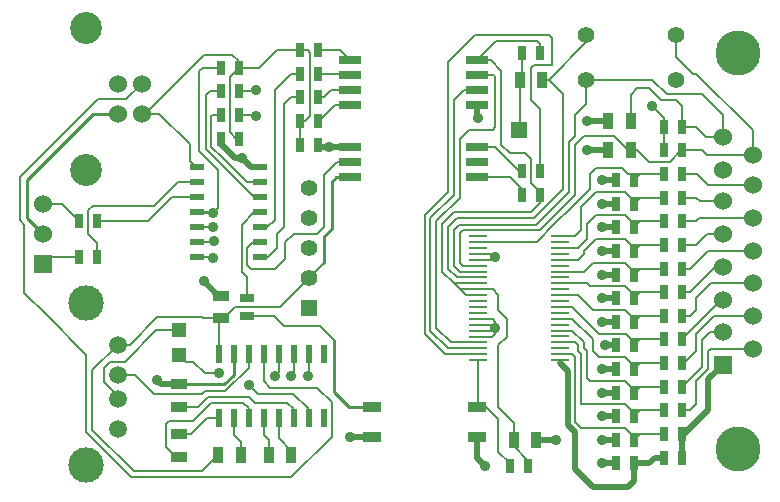
<source format=gtl>
G04 (created by PCBNEW (2013-03-15 BZR 4003)-stable) date 17/04/2013 22:03:57*
%MOIN*%
G04 Gerber Fmt 3.4, Leading zero omitted, Abs format*
%FSLAX34Y34*%
G01*
G70*
G90*
G04 APERTURE LIST*
%ADD10C,0.006*%
%ADD11C,0.06*%
%ADD12C,0.1063*%
%ADD13C,0.0591*%
%ADD14C,0.1181*%
%ADD15R,0.059X0.0098*%
%ADD16R,0.063X0.0354*%
%ADD17R,0.0752X0.0299*%
%ADD18R,0.023622X0.0610236*%
%ADD19R,0.045X0.02*%
%ADD20R,0.055X0.035*%
%ADD21R,0.035X0.055*%
%ADD22R,0.025X0.045*%
%ADD23R,0.045X0.025*%
%ADD24R,0.055X0.055*%
%ADD25C,0.055*%
%ADD26R,0.0472X0.0472*%
%ADD27C,0.15*%
%ADD28R,0.06X0.06*%
%ADD29C,0.035*%
%ADD30C,0.01*%
%ADD31C,0.019685*%
%ADD32C,0.00787402*%
G04 APERTURE END LIST*
G54D10*
G54D11*
X56751Y-41818D03*
X56751Y-40818D03*
X55964Y-40818D03*
X55964Y-41818D03*
G54D12*
X54901Y-43680D03*
X54901Y-38956D03*
G54D13*
X55935Y-52315D03*
X55935Y-51315D03*
X55935Y-50515D03*
X55935Y-49515D03*
G54D14*
X54885Y-53515D03*
X54885Y-48115D03*
G54D15*
X70699Y-50028D03*
X70699Y-49831D03*
X70699Y-49635D03*
X70699Y-49438D03*
X70699Y-49241D03*
X70699Y-49044D03*
X70699Y-48847D03*
X70699Y-48650D03*
X70699Y-48453D03*
X70699Y-48257D03*
X70699Y-48060D03*
X70699Y-47863D03*
X70699Y-47666D03*
X70699Y-47469D03*
X70699Y-47272D03*
X70699Y-47076D03*
X70699Y-46879D03*
X70699Y-46682D03*
X70699Y-46485D03*
X70699Y-46288D03*
X70699Y-46091D03*
X70699Y-45894D03*
X67941Y-45895D03*
X67941Y-46092D03*
X67941Y-46289D03*
X67941Y-46486D03*
X67941Y-46682D03*
X67941Y-46879D03*
X67941Y-47076D03*
X67941Y-47273D03*
X67941Y-47470D03*
X67941Y-47667D03*
X67941Y-47864D03*
X67941Y-48060D03*
X67941Y-48257D03*
X67941Y-48454D03*
X67941Y-48651D03*
X67941Y-48848D03*
X67941Y-49045D03*
X67941Y-49242D03*
X67941Y-49438D03*
X67941Y-49635D03*
X67941Y-49832D03*
X67941Y-50029D03*
G54D16*
X64421Y-52596D03*
X67921Y-52596D03*
X67921Y-51596D03*
X64421Y-51596D03*
G54D17*
X63679Y-40027D03*
X63679Y-40527D03*
X63679Y-41027D03*
X63679Y-41527D03*
X67929Y-41527D03*
X67929Y-41027D03*
X67929Y-40527D03*
X67929Y-40027D03*
X67925Y-43935D03*
X67925Y-43435D03*
X67925Y-42935D03*
X63675Y-42935D03*
X63675Y-43435D03*
X63675Y-43935D03*
G54D18*
X59303Y-49815D03*
X60303Y-49815D03*
X60803Y-49815D03*
X61303Y-49815D03*
X61803Y-49815D03*
X62303Y-49815D03*
X62803Y-49815D03*
X62803Y-51965D03*
X62303Y-51965D03*
X61803Y-51965D03*
X61303Y-51965D03*
X60803Y-51965D03*
X60303Y-51965D03*
X59803Y-51965D03*
X59303Y-51965D03*
X59803Y-49815D03*
G54D19*
X58575Y-43608D03*
X58575Y-44108D03*
X58575Y-44608D03*
X58575Y-45108D03*
X58575Y-45608D03*
X58575Y-46108D03*
X58575Y-46608D03*
X60675Y-46608D03*
X60675Y-46108D03*
X60675Y-45608D03*
X60675Y-45108D03*
X60675Y-44608D03*
X60675Y-44108D03*
X60675Y-43608D03*
G54D20*
X58001Y-53258D03*
X58001Y-52508D03*
G54D21*
X73042Y-43041D03*
X72292Y-43041D03*
X73042Y-42057D03*
X72292Y-42057D03*
X69892Y-52687D03*
X69142Y-52687D03*
X70089Y-40679D03*
X69339Y-40679D03*
X60050Y-53179D03*
X59300Y-53179D03*
X61723Y-53179D03*
X60973Y-53179D03*
G54D20*
X58001Y-50835D03*
X58001Y-51585D03*
X59379Y-48632D03*
X59379Y-47882D03*
G54D22*
X73164Y-48750D03*
X72564Y-48750D03*
X73164Y-51899D03*
X72564Y-51899D03*
X73164Y-51112D03*
X72564Y-51112D03*
X73164Y-50324D03*
X72564Y-50324D03*
X59375Y-42647D03*
X59975Y-42647D03*
X70014Y-39793D03*
X69414Y-39793D03*
X62032Y-42844D03*
X62632Y-42844D03*
X73164Y-53474D03*
X72564Y-53474D03*
X73164Y-49537D03*
X72564Y-49537D03*
X73164Y-44025D03*
X72564Y-44025D03*
X73164Y-44812D03*
X72564Y-44812D03*
X73164Y-52687D03*
X72564Y-52687D03*
X73164Y-45600D03*
X72564Y-45600D03*
X73164Y-46387D03*
X72564Y-46387D03*
X73164Y-47175D03*
X72564Y-47175D03*
X73164Y-47962D03*
X72564Y-47962D03*
X74738Y-49340D03*
X74138Y-49340D03*
X74738Y-52490D03*
X74138Y-52490D03*
X74738Y-51702D03*
X74138Y-51702D03*
X74738Y-50915D03*
X74138Y-50915D03*
X74738Y-50127D03*
X74138Y-50127D03*
X62032Y-39694D03*
X62632Y-39694D03*
X74738Y-48553D03*
X74138Y-48553D03*
X62032Y-42057D03*
X62632Y-42057D03*
X62632Y-41269D03*
X62032Y-41269D03*
X62632Y-40482D03*
X62032Y-40482D03*
X59375Y-41072D03*
X59975Y-41072D03*
X69414Y-43730D03*
X70014Y-43730D03*
X59375Y-40285D03*
X59975Y-40285D03*
X59375Y-41860D03*
X59975Y-41860D03*
X74738Y-47765D03*
X74138Y-47765D03*
X54650Y-46584D03*
X55250Y-46584D03*
X74138Y-43041D03*
X74738Y-43041D03*
X74138Y-42253D03*
X74738Y-42253D03*
G54D23*
X60265Y-47957D03*
X60265Y-48557D03*
G54D22*
X69414Y-44517D03*
X70014Y-44517D03*
X69020Y-53572D03*
X69620Y-53572D03*
X74738Y-43828D03*
X74138Y-43828D03*
X54650Y-45403D03*
X55250Y-45403D03*
X74738Y-53277D03*
X74138Y-53277D03*
X74738Y-44616D03*
X74138Y-44616D03*
X74738Y-45403D03*
X74138Y-45403D03*
X74738Y-46190D03*
X74138Y-46190D03*
X74738Y-46978D03*
X74138Y-46978D03*
G54D24*
X69320Y-42352D03*
G54D25*
X74561Y-40679D03*
X71561Y-40679D03*
X71561Y-39202D03*
X74561Y-39202D03*
G54D24*
X62332Y-48297D03*
G54D25*
X62332Y-47297D03*
X62332Y-46297D03*
X62332Y-45297D03*
X62332Y-44297D03*
G54D26*
X58001Y-49851D03*
X58001Y-49025D03*
G54D27*
X76604Y-52981D03*
X76604Y-39793D03*
G54D11*
X76104Y-42587D03*
X76104Y-43687D03*
X76104Y-44737D03*
X76104Y-45837D03*
X76104Y-46937D03*
X76104Y-48037D03*
X76104Y-49087D03*
G54D28*
X76104Y-50187D03*
G54D11*
X77104Y-43207D03*
X77104Y-44207D03*
X77104Y-45307D03*
X77104Y-46387D03*
X77104Y-47467D03*
X77104Y-48567D03*
X77104Y-49647D03*
G54D28*
X53464Y-46826D03*
G54D11*
X53464Y-45826D03*
X53464Y-44826D03*
G54D29*
X60078Y-43307D03*
X57244Y-50708D03*
X63700Y-52598D03*
X58818Y-47401D03*
X62992Y-42935D03*
X67952Y-41968D03*
X70551Y-52677D03*
X68188Y-53543D03*
X71584Y-42057D03*
X71584Y-43041D03*
X68533Y-48946D03*
X68533Y-46584D03*
X72076Y-44025D03*
X72175Y-49537D03*
X72076Y-44812D03*
X72076Y-45600D03*
X72076Y-46387D03*
X72076Y-47175D03*
X72076Y-47962D03*
X72076Y-48750D03*
X72076Y-50324D03*
X72076Y-51112D03*
X72076Y-51899D03*
X72076Y-52687D03*
X72076Y-53474D03*
X60551Y-41889D03*
X60551Y-41023D03*
X62283Y-50551D03*
X59153Y-46062D03*
X61732Y-50551D03*
X59133Y-46614D03*
X61181Y-50551D03*
X59133Y-45590D03*
X59330Y-50472D03*
X60314Y-50866D03*
X59133Y-45118D03*
X73750Y-41564D03*
G54D30*
X55964Y-41818D02*
X55110Y-41818D01*
X52913Y-45275D02*
X53464Y-45826D01*
X52913Y-44015D02*
X52913Y-45275D01*
X55110Y-41818D02*
X52913Y-44015D01*
G54D31*
X60675Y-43608D02*
X60379Y-43608D01*
X59842Y-43307D02*
X60078Y-43307D01*
X59375Y-42839D02*
X59842Y-43307D01*
X59375Y-42647D02*
X59375Y-42839D01*
X60379Y-43608D02*
X60078Y-43307D01*
G54D30*
X59803Y-49815D02*
X59803Y-50511D01*
X59479Y-50835D02*
X58001Y-50835D01*
X59803Y-50511D02*
X59479Y-50835D01*
G54D31*
X58001Y-50835D02*
X57371Y-50835D01*
X57371Y-50835D02*
X57244Y-50708D01*
X64421Y-52596D02*
X63702Y-52596D01*
X63702Y-52596D02*
X63700Y-52598D01*
X59379Y-47882D02*
X59300Y-47882D01*
X59300Y-47882D02*
X58818Y-47401D01*
X62992Y-42935D02*
X62723Y-42935D01*
X62723Y-42935D02*
X62632Y-42844D01*
X63675Y-42935D02*
X62992Y-42935D01*
X67929Y-41527D02*
X67929Y-41944D01*
X67929Y-41944D02*
X67952Y-41968D01*
X69892Y-52687D02*
X70541Y-52687D01*
X70541Y-52687D02*
X70551Y-52677D01*
X67921Y-52596D02*
X67921Y-53275D01*
X67921Y-53275D02*
X68188Y-53543D01*
X72292Y-42057D02*
X71584Y-42057D01*
X72292Y-43041D02*
X71584Y-43041D01*
G54D32*
X69339Y-40679D02*
X69339Y-42333D01*
X69339Y-42333D02*
X69320Y-42352D01*
X69414Y-39793D02*
X69414Y-40604D01*
X69414Y-40604D02*
X69339Y-40679D01*
X67941Y-49242D02*
X68434Y-49242D01*
X68533Y-49143D02*
X68533Y-48946D01*
X68434Y-49242D02*
X68533Y-49143D01*
X67941Y-48651D02*
X68435Y-48651D01*
X68533Y-48946D02*
X68533Y-48946D01*
X68533Y-48750D02*
X68533Y-48946D01*
X68435Y-48651D02*
X68533Y-48750D01*
X67941Y-48848D02*
X68435Y-48848D01*
X68434Y-49045D02*
X68533Y-48946D01*
X68434Y-49045D02*
X67941Y-49045D01*
X68435Y-48848D02*
X68533Y-48946D01*
X67941Y-46682D02*
X68435Y-46682D01*
X68435Y-46486D02*
X68533Y-46584D01*
X68435Y-46486D02*
X67941Y-46486D01*
X68435Y-46682D02*
X68533Y-46584D01*
G54D31*
X72564Y-44025D02*
X72076Y-44025D01*
X72564Y-49537D02*
X72175Y-49537D01*
X72564Y-44812D02*
X72076Y-44812D01*
X72564Y-45600D02*
X72076Y-45600D01*
X72564Y-46387D02*
X72076Y-46387D01*
X72564Y-47175D02*
X72076Y-47175D01*
X72564Y-47962D02*
X72076Y-47962D01*
X72564Y-48750D02*
X72076Y-48750D01*
X72564Y-50324D02*
X72076Y-50324D01*
X72564Y-51112D02*
X72076Y-51112D01*
X72564Y-51899D02*
X72076Y-51899D01*
X72564Y-52687D02*
X72076Y-52687D01*
X72564Y-53474D02*
X72076Y-53474D01*
G54D32*
X69020Y-53572D02*
X69020Y-53469D01*
X68230Y-51596D02*
X67921Y-51596D01*
X68631Y-51998D02*
X68230Y-51596D01*
X68631Y-53080D02*
X68631Y-51998D01*
X69020Y-53469D02*
X68631Y-53080D01*
X67941Y-50029D02*
X67941Y-51575D01*
X67941Y-51575D02*
X67921Y-51596D01*
X73361Y-49340D02*
X73061Y-49340D01*
X71092Y-48257D02*
X70699Y-48257D01*
X71999Y-49164D02*
X71092Y-48257D01*
X72885Y-49164D02*
X71999Y-49164D01*
X73061Y-49340D02*
X72885Y-49164D01*
X74138Y-49340D02*
X73361Y-49340D01*
X73361Y-49340D02*
X73164Y-49537D01*
X73361Y-52490D02*
X73061Y-52490D01*
X71091Y-49831D02*
X70699Y-49831D01*
X71190Y-49931D02*
X71091Y-49831D01*
X71190Y-50127D02*
X71190Y-49931D01*
X71190Y-50324D02*
X71190Y-50127D01*
X71190Y-52096D02*
X71190Y-50324D01*
X71387Y-52293D02*
X71190Y-52096D01*
X72864Y-52293D02*
X71387Y-52293D01*
X73061Y-52490D02*
X72864Y-52293D01*
X74138Y-52490D02*
X73361Y-52490D01*
X73361Y-52490D02*
X73164Y-52687D01*
X73358Y-51702D02*
X73061Y-51702D01*
X71190Y-49438D02*
X70699Y-49438D01*
X71289Y-49537D02*
X71190Y-49438D01*
X71289Y-49734D02*
X71289Y-49537D01*
X71387Y-49832D02*
X71289Y-49734D01*
X71387Y-51505D02*
X71387Y-49832D01*
X72864Y-51505D02*
X71387Y-51505D01*
X73061Y-51702D02*
X72864Y-51505D01*
X74138Y-51702D02*
X73358Y-51702D01*
X73358Y-51702D02*
X73361Y-51702D01*
X73361Y-51702D02*
X73164Y-51899D01*
X73358Y-44616D02*
X73061Y-44616D01*
X71192Y-45894D02*
X70699Y-45894D01*
X71387Y-45698D02*
X71192Y-45894D01*
X71387Y-44911D02*
X71387Y-45698D01*
X71879Y-44419D02*
X71387Y-44911D01*
X72864Y-44419D02*
X71879Y-44419D01*
X73061Y-44616D02*
X72864Y-44419D01*
X74138Y-44616D02*
X73358Y-44616D01*
X73358Y-44616D02*
X73361Y-44616D01*
X73361Y-44616D02*
X73164Y-44812D01*
X70501Y-45501D02*
X71092Y-44911D01*
X71683Y-44320D02*
X71092Y-44911D01*
X72962Y-43828D02*
X72765Y-43631D01*
X72765Y-43631D02*
X71879Y-43631D01*
X71879Y-43631D02*
X71683Y-43828D01*
X71683Y-43828D02*
X71683Y-44320D01*
X73361Y-43828D02*
X72962Y-43828D01*
X69911Y-46092D02*
X67941Y-46092D01*
X70501Y-45501D02*
X69911Y-46092D01*
X74138Y-43828D02*
X73361Y-43828D01*
X73361Y-43828D02*
X73164Y-44025D01*
X73356Y-50915D02*
X73061Y-50915D01*
X71091Y-49044D02*
X70699Y-49044D01*
X71486Y-49438D02*
X71091Y-49044D01*
X71486Y-49635D02*
X71486Y-49438D01*
X71584Y-49734D02*
X71486Y-49635D01*
X71584Y-50620D02*
X71584Y-49734D01*
X71683Y-50718D02*
X71584Y-50620D01*
X72864Y-50718D02*
X71683Y-50718D01*
X73061Y-50915D02*
X72864Y-50718D01*
X74138Y-50915D02*
X73356Y-50915D01*
X73164Y-51107D02*
X73164Y-51112D01*
X73356Y-50915D02*
X73164Y-51107D01*
X73361Y-50127D02*
X73061Y-50127D01*
X71091Y-48650D02*
X70699Y-48650D01*
X71781Y-49340D02*
X71091Y-48650D01*
X71781Y-49734D02*
X71781Y-49340D01*
X71978Y-49931D02*
X71781Y-49734D01*
X72864Y-49931D02*
X71978Y-49931D01*
X73061Y-50127D02*
X72864Y-49931D01*
X74138Y-50127D02*
X73361Y-50127D01*
X73361Y-50127D02*
X73164Y-50324D01*
X73361Y-46978D02*
X73061Y-46978D01*
X71486Y-47076D02*
X70699Y-47076D01*
X71781Y-46781D02*
X71486Y-47076D01*
X72864Y-46781D02*
X71781Y-46781D01*
X73061Y-46978D02*
X72864Y-46781D01*
X74138Y-46978D02*
X73361Y-46978D01*
X73361Y-46978D02*
X73164Y-47175D01*
X76104Y-46937D02*
X75857Y-46937D01*
X75029Y-47765D02*
X74738Y-47765D01*
X75857Y-46937D02*
X75029Y-47765D01*
X70698Y-50127D02*
X70698Y-50029D01*
G54D31*
X73164Y-54060D02*
X72962Y-54261D01*
X72962Y-54261D02*
X71781Y-54261D01*
X71781Y-54261D02*
X71170Y-53650D01*
X71170Y-53650D02*
X71170Y-52412D01*
X71170Y-52412D02*
X70953Y-52194D01*
X70953Y-52194D02*
X70953Y-50382D01*
X70953Y-50382D02*
X70698Y-50127D01*
X73164Y-53474D02*
X73164Y-54060D01*
G54D32*
X70698Y-50029D02*
X70699Y-50028D01*
G54D31*
X74138Y-53277D02*
X73848Y-53277D01*
X73651Y-53474D02*
X73164Y-53474D01*
X73848Y-53277D02*
X73651Y-53474D01*
G54D32*
X73361Y-46190D02*
X73061Y-46190D01*
X71289Y-46682D02*
X70699Y-46682D01*
X71486Y-46486D02*
X71289Y-46682D01*
X71486Y-46387D02*
X71486Y-46486D01*
X71879Y-45994D02*
X71486Y-46387D01*
X72864Y-45994D02*
X71879Y-45994D01*
X73061Y-46190D02*
X72864Y-45994D01*
X74138Y-46190D02*
X73361Y-46190D01*
X73361Y-46190D02*
X73164Y-46387D01*
X77104Y-47467D02*
X75721Y-47467D01*
X75029Y-48553D02*
X74738Y-48553D01*
X75226Y-48356D02*
X75029Y-48553D01*
X75226Y-47962D02*
X75226Y-48356D01*
X75721Y-47467D02*
X75226Y-47962D01*
X73361Y-48553D02*
X73061Y-48553D01*
X71288Y-47863D02*
X70699Y-47863D01*
X71781Y-48356D02*
X71288Y-47863D01*
X72864Y-48356D02*
X71781Y-48356D01*
X73061Y-48553D02*
X72864Y-48356D01*
X74138Y-48553D02*
X73361Y-48553D01*
X73361Y-48553D02*
X73164Y-48750D01*
X77104Y-44207D02*
X75634Y-44207D01*
X75255Y-43828D02*
X74738Y-43828D01*
X75634Y-44207D02*
X75255Y-43828D01*
X76104Y-44737D02*
X75348Y-44737D01*
X75226Y-44616D02*
X74738Y-44616D01*
X75348Y-44737D02*
X75226Y-44616D01*
X77104Y-45307D02*
X75322Y-45307D01*
X75226Y-45403D02*
X74738Y-45403D01*
X75322Y-45307D02*
X75226Y-45403D01*
X76104Y-45837D02*
X75579Y-45837D01*
X75226Y-46190D02*
X74738Y-46190D01*
X75579Y-45837D02*
X75226Y-46190D01*
X55935Y-51315D02*
X55935Y-51210D01*
X57233Y-49025D02*
X58001Y-49025D01*
X56181Y-50078D02*
X57233Y-49025D01*
X55688Y-50078D02*
X56181Y-50078D01*
X55492Y-50275D02*
X55688Y-50078D01*
X55492Y-50767D02*
X55492Y-50275D01*
X55935Y-51210D02*
X55492Y-50767D01*
X76104Y-49087D02*
X75675Y-49087D01*
X75405Y-50249D02*
X74738Y-50915D01*
X75405Y-49358D02*
X75405Y-50249D01*
X75675Y-49087D02*
X75405Y-49358D01*
X77104Y-48567D02*
X75802Y-48567D01*
X74832Y-50127D02*
X74738Y-50127D01*
X75226Y-49734D02*
X74832Y-50127D01*
X75226Y-49143D02*
X75226Y-49734D01*
X75802Y-48567D02*
X75226Y-49143D01*
X73361Y-47765D02*
X73061Y-47765D01*
X71583Y-47469D02*
X70699Y-47469D01*
X71683Y-47568D02*
X71583Y-47469D01*
X72864Y-47568D02*
X71683Y-47568D01*
X73061Y-47765D02*
X72864Y-47568D01*
X74138Y-47765D02*
X73361Y-47765D01*
X73361Y-47765D02*
X73164Y-47962D01*
X76104Y-48037D02*
X76041Y-48037D01*
X76041Y-48037D02*
X74738Y-49340D01*
X54650Y-46584D02*
X53706Y-46584D01*
X53706Y-46584D02*
X53464Y-46826D01*
X53464Y-44826D02*
X54074Y-44826D01*
X54074Y-44826D02*
X54650Y-45403D01*
X77104Y-49647D02*
X75706Y-49647D01*
X75029Y-51702D02*
X74738Y-51702D01*
X75226Y-51505D02*
X75029Y-51702D01*
X75226Y-50718D02*
X75226Y-51505D01*
X75620Y-50324D02*
X75226Y-50718D01*
X75620Y-49734D02*
X75620Y-50324D01*
X75706Y-49647D02*
X75620Y-49734D01*
X55935Y-50515D02*
X56519Y-50515D01*
X60303Y-50287D02*
X60303Y-49815D01*
X59527Y-51062D02*
X60303Y-50287D01*
X58838Y-51062D02*
X59527Y-51062D01*
X58740Y-51161D02*
X58838Y-51062D01*
X57165Y-51161D02*
X58740Y-51161D01*
X56519Y-50515D02*
X57165Y-51161D01*
X60521Y-41860D02*
X59975Y-41860D01*
X60551Y-41889D02*
X60521Y-41860D01*
X59448Y-43307D02*
X60236Y-44094D01*
X60661Y-44094D02*
X60675Y-44108D01*
X60236Y-44094D02*
X60661Y-44094D01*
X59375Y-41860D02*
X59084Y-41860D01*
X59055Y-42913D02*
X59448Y-43307D01*
X59055Y-41889D02*
X59055Y-42913D01*
X59084Y-41860D02*
X59055Y-41889D01*
X59375Y-41072D02*
X59005Y-41072D01*
X60497Y-44608D02*
X60675Y-44608D01*
X58876Y-42987D02*
X60497Y-44608D01*
X58876Y-41202D02*
X58876Y-42987D01*
X59005Y-41072D02*
X58876Y-41202D01*
X60551Y-41072D02*
X60551Y-41023D01*
X60314Y-41072D02*
X59975Y-41072D01*
X60314Y-41072D02*
X60551Y-41072D01*
X58001Y-52508D02*
X58376Y-52508D01*
X58920Y-51965D02*
X59303Y-51965D01*
X58376Y-52508D02*
X58920Y-51965D01*
X77104Y-46387D02*
X75620Y-46387D01*
X75029Y-46978D02*
X74738Y-46978D01*
X75620Y-46387D02*
X75029Y-46978D01*
X58575Y-46108D02*
X59009Y-46108D01*
X62303Y-50531D02*
X62283Y-50551D01*
X62303Y-50531D02*
X62303Y-49815D01*
X59009Y-46108D02*
X59153Y-46062D01*
X58575Y-46608D02*
X59127Y-46608D01*
X61803Y-50480D02*
X61803Y-49815D01*
X61732Y-50551D02*
X61803Y-50480D01*
X59127Y-46608D02*
X59133Y-46614D01*
X61303Y-49815D02*
X61303Y-50429D01*
X61303Y-50429D02*
X61181Y-50551D01*
X59116Y-45608D02*
X58575Y-45608D01*
X59133Y-45590D02*
X59116Y-45608D01*
X62032Y-40482D02*
X61722Y-40482D01*
X60927Y-45608D02*
X60675Y-45608D01*
X61181Y-45354D02*
X60927Y-45608D01*
X61181Y-41023D02*
X61181Y-45354D01*
X61722Y-40482D02*
X61181Y-41023D01*
X62303Y-51965D02*
X62303Y-51673D01*
X58228Y-50078D02*
X58001Y-49851D01*
X58444Y-50078D02*
X58228Y-50078D01*
X58838Y-50472D02*
X58444Y-50078D01*
X59330Y-50472D02*
X58838Y-50472D01*
X60610Y-51161D02*
X60314Y-50866D01*
X61791Y-51161D02*
X60610Y-51161D01*
X62303Y-51673D02*
X61791Y-51161D01*
X53543Y-48503D02*
X52834Y-47795D01*
X52677Y-43937D02*
X55275Y-41338D01*
X52677Y-45354D02*
X52677Y-43937D01*
X52834Y-45511D02*
X52677Y-45354D01*
X52834Y-47795D02*
X52834Y-45511D01*
X55275Y-41338D02*
X56231Y-41338D01*
X60803Y-49815D02*
X60803Y-50724D01*
X60803Y-50724D02*
X61023Y-50944D01*
X61023Y-50944D02*
X62598Y-50944D01*
X62598Y-50944D02*
X63070Y-51417D01*
X63070Y-51417D02*
X63070Y-52598D01*
X63070Y-52598D02*
X61732Y-53937D01*
X61732Y-53937D02*
X56377Y-53937D01*
X56377Y-53937D02*
X54881Y-52440D01*
X54881Y-52440D02*
X54881Y-49842D01*
X54881Y-49842D02*
X53543Y-48503D01*
X56231Y-41338D02*
X56751Y-40818D01*
X60050Y-53179D02*
X60050Y-52766D01*
X59803Y-52519D02*
X59803Y-51965D01*
X60050Y-52766D02*
X59803Y-52519D01*
X60265Y-47957D02*
X60265Y-47273D01*
X60482Y-45108D02*
X60675Y-45108D01*
X60078Y-45511D02*
X60482Y-45108D01*
X60078Y-47086D02*
X60078Y-45511D01*
X60265Y-47273D02*
X60078Y-47086D01*
X58001Y-53258D02*
X57884Y-53258D01*
X60303Y-51641D02*
X60303Y-51965D01*
X60118Y-51456D02*
X60303Y-51641D01*
X59035Y-51456D02*
X60118Y-51456D01*
X58444Y-52047D02*
X59035Y-51456D01*
X57657Y-52047D02*
X58444Y-52047D01*
X57559Y-52145D02*
X57657Y-52047D01*
X57559Y-52933D02*
X57559Y-52145D01*
X57884Y-53258D02*
X57559Y-52933D01*
X58575Y-44608D02*
X57753Y-44608D01*
X56958Y-45403D02*
X55250Y-45403D01*
X57753Y-44608D02*
X56958Y-45403D01*
X58575Y-44108D02*
X57938Y-44108D01*
X55250Y-46116D02*
X55250Y-46584D01*
X54960Y-45826D02*
X55250Y-46116D01*
X54960Y-45039D02*
X54960Y-45826D01*
X55118Y-44881D02*
X54960Y-45039D01*
X57165Y-44881D02*
X55118Y-44881D01*
X57938Y-44108D02*
X57165Y-44881D01*
X59291Y-44094D02*
X59291Y-43700D01*
X58769Y-40285D02*
X59375Y-40285D01*
X58661Y-40393D02*
X58769Y-40285D01*
X58661Y-43070D02*
X58661Y-40393D01*
X59291Y-43700D02*
X58661Y-43070D01*
X59291Y-44724D02*
X59291Y-44960D01*
X59291Y-44960D02*
X59133Y-45118D01*
X59291Y-44724D02*
X59291Y-44094D01*
X59133Y-45118D02*
X58585Y-45118D01*
X58585Y-45118D02*
X58575Y-45108D01*
X58575Y-45108D02*
X59124Y-45108D01*
X59124Y-45108D02*
X59133Y-45118D01*
X59133Y-45118D02*
X59124Y-45108D01*
X70014Y-43730D02*
X70014Y-41668D01*
X66860Y-49832D02*
X67941Y-49832D01*
X66171Y-49143D02*
X66860Y-49832D01*
X66171Y-45206D02*
X66171Y-49143D01*
X66958Y-44419D02*
X66171Y-45206D01*
X66958Y-40088D02*
X66958Y-44419D01*
X67844Y-39202D02*
X66958Y-40088D01*
X70305Y-39202D02*
X67844Y-39202D01*
X70403Y-39301D02*
X70305Y-39202D01*
X70403Y-40187D02*
X70403Y-39301D01*
X69812Y-40187D02*
X70403Y-40187D01*
X69714Y-40285D02*
X69812Y-40187D01*
X69714Y-41368D02*
X69714Y-40285D01*
X70014Y-41668D02*
X69714Y-41368D01*
X68927Y-43935D02*
X69033Y-43935D01*
X69414Y-44316D02*
X69414Y-44517D01*
X69033Y-43935D02*
X69414Y-44316D01*
X67925Y-43935D02*
X68927Y-43935D01*
X68927Y-43935D02*
X68935Y-43935D01*
X69414Y-43730D02*
X69320Y-43730D01*
X68525Y-42935D02*
X67925Y-42935D01*
X69320Y-43730D02*
X68525Y-42935D01*
X66564Y-45403D02*
X66564Y-48946D01*
X68480Y-40527D02*
X68533Y-40580D01*
X68533Y-40580D02*
X68533Y-42253D01*
X68533Y-42253D02*
X68435Y-42352D01*
X68435Y-42352D02*
X67647Y-42352D01*
X67647Y-42352D02*
X67352Y-42647D01*
X67352Y-42647D02*
X67352Y-44616D01*
X67352Y-44616D02*
X66564Y-45403D01*
X67929Y-40527D02*
X68480Y-40527D01*
X67056Y-49438D02*
X67941Y-49438D01*
X66564Y-48946D02*
X67056Y-49438D01*
X67941Y-49635D02*
X66958Y-49635D01*
X67496Y-41027D02*
X67929Y-41027D01*
X67155Y-41368D02*
X67496Y-41027D01*
X67155Y-44517D02*
X67155Y-41368D01*
X66368Y-45305D02*
X67155Y-44517D01*
X66368Y-49045D02*
X66368Y-45305D01*
X66958Y-49635D02*
X66368Y-49045D01*
X60675Y-46108D02*
X60448Y-46108D01*
X61529Y-46659D02*
X61529Y-46108D01*
X61181Y-47007D02*
X61529Y-46659D01*
X60393Y-47007D02*
X61181Y-47007D01*
X60257Y-46871D02*
X60393Y-47007D01*
X60257Y-46299D02*
X60257Y-46871D01*
X60448Y-46108D02*
X60257Y-46299D01*
X63675Y-43435D02*
X63257Y-43435D01*
X61811Y-45826D02*
X61529Y-46108D01*
X62598Y-45826D02*
X61811Y-45826D01*
X62834Y-45590D02*
X62598Y-45826D01*
X62834Y-43858D02*
X62834Y-45590D01*
X63257Y-43435D02*
X62834Y-43858D01*
X62632Y-39694D02*
X63346Y-39694D01*
X63346Y-39694D02*
X63679Y-40027D01*
X60973Y-53179D02*
X60973Y-52705D01*
X60803Y-52535D02*
X60803Y-51965D01*
X60973Y-52705D02*
X60803Y-52535D01*
X62632Y-42057D02*
X62667Y-42057D01*
X63196Y-41527D02*
X63679Y-41527D01*
X62667Y-42057D02*
X63196Y-41527D01*
X62632Y-41269D02*
X62824Y-41269D01*
X63066Y-41027D02*
X63679Y-41027D01*
X62824Y-41269D02*
X63066Y-41027D01*
X60675Y-46608D02*
X60950Y-46608D01*
X61722Y-41269D02*
X62032Y-41269D01*
X61496Y-41496D02*
X61722Y-41269D01*
X61496Y-45590D02*
X61496Y-41496D01*
X61259Y-45826D02*
X61496Y-45590D01*
X61259Y-46299D02*
X61259Y-45826D01*
X60950Y-46608D02*
X61259Y-46299D01*
X62632Y-40482D02*
X63633Y-40482D01*
X63633Y-40482D02*
X63679Y-40527D01*
G54D30*
X64421Y-51596D02*
X63643Y-51596D01*
X63149Y-51102D02*
X63149Y-49370D01*
X63643Y-51596D02*
X63149Y-51102D01*
G54D32*
X61156Y-48557D02*
X60265Y-48557D01*
X61496Y-48897D02*
X61156Y-48557D01*
X62677Y-48897D02*
X61496Y-48897D01*
X63149Y-49370D02*
X62677Y-48897D01*
X74561Y-39202D02*
X74561Y-39915D01*
X77104Y-42360D02*
X77104Y-43207D01*
X75226Y-40482D02*
X77104Y-42360D01*
X75127Y-40482D02*
X75226Y-40482D01*
X74561Y-39915D02*
X75127Y-40482D01*
X73042Y-43041D02*
X72962Y-43041D01*
X67451Y-46879D02*
X67353Y-46781D01*
X67353Y-46781D02*
X67353Y-45896D01*
X67353Y-45896D02*
X67352Y-45895D01*
X67352Y-45895D02*
X67352Y-45797D01*
X67352Y-45797D02*
X67450Y-45698D01*
X67450Y-45698D02*
X70009Y-45698D01*
X67451Y-46879D02*
X67941Y-46879D01*
X71190Y-44517D02*
X70009Y-45698D01*
X71190Y-42844D02*
X71190Y-44517D01*
X71486Y-42549D02*
X71190Y-42844D01*
X72470Y-42549D02*
X71486Y-42549D01*
X72962Y-43041D02*
X72470Y-42549D01*
X74738Y-43041D02*
X74734Y-43041D01*
X73257Y-43041D02*
X73042Y-43041D01*
X73651Y-43435D02*
X73257Y-43041D01*
X74340Y-43435D02*
X73651Y-43435D01*
X74734Y-43041D02*
X74340Y-43435D01*
X77104Y-43207D02*
X75589Y-43207D01*
X75423Y-43041D02*
X74738Y-43041D01*
X75589Y-43207D02*
X75423Y-43041D01*
X74138Y-42253D02*
X74138Y-41953D01*
X74138Y-41953D02*
X73750Y-41564D01*
X70089Y-40679D02*
X70305Y-40679D01*
X70305Y-40679D02*
X71561Y-39423D01*
X71561Y-39423D02*
X71561Y-39202D01*
X69714Y-45305D02*
X69812Y-45305D01*
X67253Y-47273D02*
X66958Y-46978D01*
X66958Y-46978D02*
X66958Y-45600D01*
X66958Y-45600D02*
X67253Y-45305D01*
X67253Y-45305D02*
X69714Y-45305D01*
X67941Y-47273D02*
X67253Y-47273D01*
X70797Y-41171D02*
X70305Y-40679D01*
X70797Y-44320D02*
X70797Y-41171D01*
X69812Y-45305D02*
X70797Y-44320D01*
X74138Y-43041D02*
X74138Y-42549D01*
X74138Y-42549D02*
X74138Y-42253D01*
X61723Y-53179D02*
X61723Y-53062D01*
X61303Y-52641D02*
X61303Y-51965D01*
X61723Y-53062D02*
X61303Y-52641D01*
X58001Y-51585D02*
X58611Y-51585D01*
X61803Y-51665D02*
X61803Y-51965D01*
X61594Y-51456D02*
X61803Y-51665D01*
X60511Y-51456D02*
X61594Y-51456D01*
X60314Y-51259D02*
X60511Y-51456D01*
X58937Y-51259D02*
X60314Y-51259D01*
X58611Y-51585D02*
X58937Y-51259D01*
X73356Y-45403D02*
X73061Y-45403D01*
X71290Y-46288D02*
X70699Y-46288D01*
X71584Y-45994D02*
X71290Y-46288D01*
X71584Y-45501D02*
X71584Y-45994D01*
X71879Y-45206D02*
X71584Y-45501D01*
X72864Y-45206D02*
X71879Y-45206D01*
X73061Y-45403D02*
X72864Y-45206D01*
X74138Y-45403D02*
X73356Y-45403D01*
X73356Y-45403D02*
X73361Y-45403D01*
X73361Y-45403D02*
X73164Y-45600D01*
X74143Y-41368D02*
X74045Y-41368D01*
X73042Y-41189D02*
X73042Y-42057D01*
X73257Y-40974D02*
X73042Y-41189D01*
X73651Y-40974D02*
X73257Y-40974D01*
X74045Y-41368D02*
X73651Y-40974D01*
X71561Y-40679D02*
X71561Y-41490D01*
X71190Y-41860D02*
X71190Y-42549D01*
X71561Y-41490D02*
X71190Y-41860D01*
X71561Y-40679D02*
X73750Y-40679D01*
X76104Y-41852D02*
X76104Y-42587D01*
X75423Y-41171D02*
X76104Y-41852D01*
X74242Y-41171D02*
X75423Y-41171D01*
X73750Y-40679D02*
X74242Y-41171D01*
X69714Y-45520D02*
X69893Y-45520D01*
X69893Y-45520D02*
X70994Y-44419D01*
X70994Y-44419D02*
X70994Y-42746D01*
X70994Y-42746D02*
X71190Y-42549D01*
X67941Y-47076D02*
X67352Y-47076D01*
X67334Y-45520D02*
X69714Y-45520D01*
X67155Y-45698D02*
X67334Y-45520D01*
X67155Y-46879D02*
X67155Y-45698D01*
X67352Y-47076D02*
X67155Y-46879D01*
X74143Y-41368D02*
X74537Y-41368D01*
X74738Y-41569D02*
X74738Y-42253D01*
X74537Y-41368D02*
X74738Y-41569D01*
X76104Y-42587D02*
X75560Y-42587D01*
X75226Y-42253D02*
X74738Y-42253D01*
X75560Y-42587D02*
X75226Y-42253D01*
G54D30*
X63675Y-43935D02*
X63230Y-43935D01*
X62834Y-45905D02*
X62834Y-46795D01*
X63070Y-45669D02*
X62834Y-45905D01*
X63070Y-44094D02*
X63070Y-45669D01*
X63230Y-43935D02*
X63070Y-44094D01*
G54D32*
X62032Y-39694D02*
X62273Y-39694D01*
X62194Y-42057D02*
X62032Y-42057D01*
X62362Y-41889D02*
X62194Y-42057D01*
X62362Y-39783D02*
X62362Y-41889D01*
X62273Y-39694D02*
X62362Y-39783D01*
X59975Y-42647D02*
X59891Y-42647D01*
X59685Y-40575D02*
X59975Y-40285D01*
X59685Y-42440D02*
X59685Y-40575D01*
X59891Y-42647D02*
X59685Y-42440D01*
X56751Y-41818D02*
X56842Y-41818D01*
X59975Y-40053D02*
X59975Y-40285D01*
X59763Y-39842D02*
X59975Y-40053D01*
X58818Y-39842D02*
X59763Y-39842D01*
X56842Y-41818D02*
X58818Y-39842D01*
X56751Y-41818D02*
X57330Y-41818D01*
X58346Y-43379D02*
X58575Y-43608D01*
X58346Y-42834D02*
X58346Y-43379D01*
X57330Y-41818D02*
X58346Y-42834D01*
X62834Y-46795D02*
X62332Y-47297D01*
X59379Y-48632D02*
X59477Y-48632D01*
X61362Y-48267D02*
X62332Y-47297D01*
X59842Y-48267D02*
X61362Y-48267D01*
X59477Y-48632D02*
X59842Y-48267D01*
X55935Y-49515D02*
X56350Y-49515D01*
X58770Y-48632D02*
X59379Y-48632D01*
X58740Y-48602D02*
X58770Y-48632D01*
X57263Y-48602D02*
X58740Y-48602D01*
X56350Y-49515D02*
X57263Y-48602D01*
X59303Y-49815D02*
X59303Y-48709D01*
X59303Y-48709D02*
X59379Y-48632D01*
X57263Y-53720D02*
X56476Y-53720D01*
X55098Y-50351D02*
X55935Y-49515D01*
X55098Y-52342D02*
X55098Y-50351D01*
X56476Y-53720D02*
X55098Y-52342D01*
X59300Y-53179D02*
X59281Y-53179D01*
X58740Y-53720D02*
X57263Y-53720D01*
X59281Y-53179D02*
X58740Y-53720D01*
X62032Y-39694D02*
X61250Y-39694D01*
X61250Y-39694D02*
X60659Y-40285D01*
X60659Y-40285D02*
X59975Y-40285D01*
X62032Y-42057D02*
X62032Y-42844D01*
X68730Y-41564D02*
X68730Y-42844D01*
X69517Y-43139D02*
X69714Y-43336D01*
X69025Y-43139D02*
X69517Y-43139D01*
X68730Y-42844D02*
X69025Y-43139D01*
X70014Y-44517D02*
X70014Y-44424D01*
X68374Y-40027D02*
X67929Y-40027D01*
X68730Y-40383D02*
X68374Y-40027D01*
X68730Y-41564D02*
X68730Y-40383D01*
X69714Y-44124D02*
X69714Y-43336D01*
X70014Y-44424D02*
X69714Y-44124D01*
X69142Y-52687D02*
X69142Y-52115D01*
X68435Y-47667D02*
X67941Y-47667D01*
X68631Y-47864D02*
X68435Y-47667D01*
X68631Y-48356D02*
X68631Y-47864D01*
X68927Y-48651D02*
X68631Y-48356D01*
X68927Y-49242D02*
X68927Y-48651D01*
X68631Y-49537D02*
X68927Y-49242D01*
X68631Y-51604D02*
X68631Y-49537D01*
X69142Y-52115D02*
X68631Y-51604D01*
X69620Y-53572D02*
X69620Y-53380D01*
X69142Y-52902D02*
X69142Y-52687D01*
X69620Y-53380D02*
X69142Y-52902D01*
X70014Y-39793D02*
X70014Y-39502D01*
X70014Y-39502D02*
X69911Y-39399D01*
X69911Y-39399D02*
X68557Y-39399D01*
X68557Y-39399D02*
X67929Y-40027D01*
X67352Y-47667D02*
X67549Y-47864D01*
X67941Y-47864D02*
X67941Y-47864D01*
X67549Y-47864D02*
X67941Y-47864D01*
X67155Y-47470D02*
X67352Y-47667D01*
X67941Y-47667D02*
X67941Y-47667D01*
X67352Y-47667D02*
X67941Y-47667D01*
X67941Y-47470D02*
X67155Y-47470D01*
X70014Y-44808D02*
X70014Y-44517D01*
X69714Y-45108D02*
X70014Y-44808D01*
X67155Y-45108D02*
X69714Y-45108D01*
X66761Y-45501D02*
X67155Y-45108D01*
X66761Y-47076D02*
X66761Y-45501D01*
X67155Y-47470D02*
X66761Y-47076D01*
G54D31*
X74738Y-52490D02*
X74832Y-52490D01*
X75620Y-50672D02*
X76104Y-50187D01*
X75620Y-51702D02*
X75620Y-50672D01*
X74832Y-52490D02*
X75620Y-51702D01*
X74738Y-53277D02*
X74738Y-52490D01*
M02*

</source>
